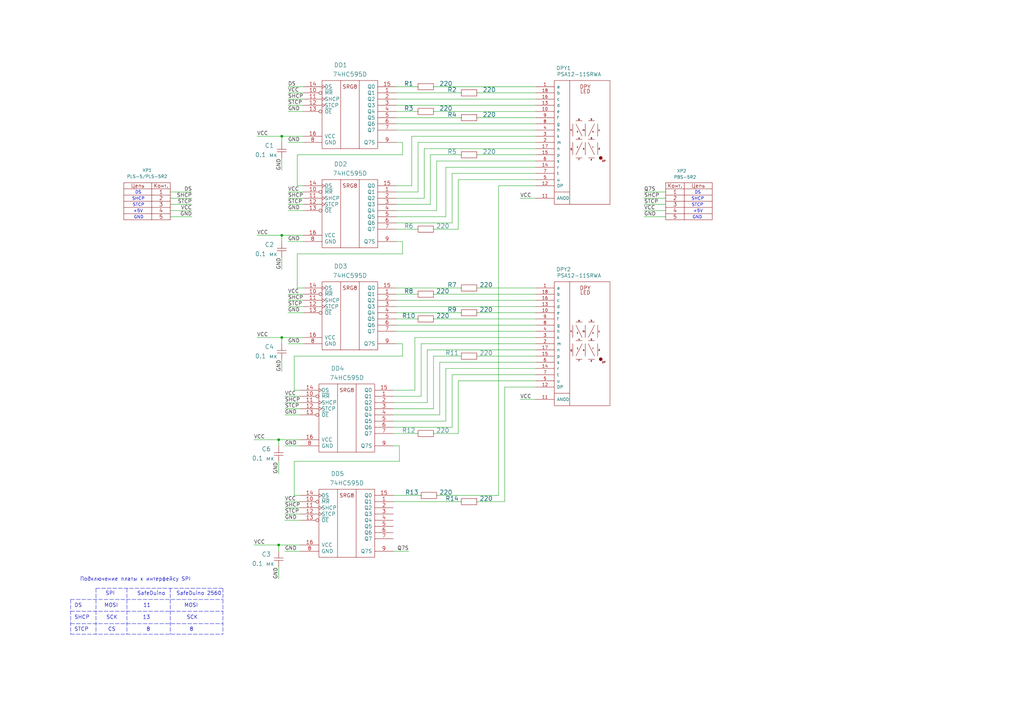
<source format=kicad_sch>
(kicad_sch (version 20230121) (generator eeschema)
  (paper "A3")
  (title_block (date "15 feb 2016"))
  (lib_symbols
    (symbol "LFconnectors:connector_5pin_gost" (pin_numbers hide) (pin_names (offset 1.016) hide)
      (property "Reference" "X" (at 6.985 7.62 0))
      (property "Value" "connector_5pin_gost" (at -1.27 5.08 0))
      (symbol "connector_5pin_gost_0_0"
        (polyline (pts (xy 0 -11.43) (xy 19.05 -11.43)))
        (polyline (pts (xy 0 -10.16) (xy 0 -10.16)))
        (polyline (pts (xy 0 -8.89) (xy 19.05 -8.89)))
        (polyline (pts (xy 0 -6.35) (xy 19.05 -6.35)))
        (polyline (pts (xy 0 -3.81) (xy 19.05 -3.81)))
        (polyline (pts (xy 0 1.27) (xy 19.05 1.27)))
        (polyline (pts (xy 0 3.81) (xy 0 -11.43)))
        (polyline (pts (xy 7.62 3.81) (xy 7.62 -11.43)))
        (polyline (pts (xy 19.05 -1.27) (xy 0 -1.27)))
        (polyline (pts (xy 19.05 3.81) (xy 19.05 -11.43)))
        (text "1" (at 3.81 0 0) (effects (font (size 1.524 1.524))))
        (text "2" (at 3.81 -2.54 0) (effects (font (size 1.524 1.524))))
        (text "3" (at 3.81 -5.08 0) (effects (font (size 1.524 1.524))))
        (text "4" (at 3.81 -7.62 0) (effects (font (size 1.524 1.524))))
        (text "5" (at 3.81 -10.16 0) (effects (font (size 1.524 1.524))))
        (text "Конт." (at 3.81 2.54 0) (effects (font (size 1.524 1.524))))
        (text "Цепь" (at 13.335 2.54 0) (effects (font (size 1.524 1.524))))
      )
      (symbol "connector_5pin_gost_0_1"
        (polyline (pts (xy 0 3.81) (xy 19.05 3.81)))
      )
      (symbol "connector_5pin_gost_1_1"
        (pin passive line (at 0 0 0) (length 0) (name "~") (number "1"))
        (pin passive line (at 0 -2.54 0) (length 0) (name "~") (number "2"))
        (pin passive line (at 0 -5.08 0) (length 0) (name "~") (number "3"))
        (pin passive line (at 0 -7.62 0) (length 0) (name "~") (number "4"))
        (pin passive line (at 0 -10.16 0) (length 0) (name "~") (number "5"))
      )
    )
    (symbol "mod_16_segment_LED-rescue:74HC595B" (pin_names (offset 1.016))
      (property "Reference" "DD" (at -1.27 12.7 0))
      (property "Value" "74HC595B" (at 2.54 10.16 0))
      (symbol "74HC595B_0_0"
        (text "SRG8" (at 0 5.08 0) (effects (font (size 1.524 1.524))))
      )
      (symbol "74HC595B_0_1"
        (rectangle (start -11.43 7.62) (end 11.43 -20.32))
        (polyline (pts (xy -3.81 7.62) (xy -3.81 -20.32)))
        (polyline (pts (xy 3.81 7.62) (xy 3.81 -20.32)))
      )
      (symbol "74HC595B_1_1"
        (pin tri_state line (at 19.05 2.54 180) (length 7.62) (name "Q1") (number "1"))
        (pin input inverted (at -19.05 2.54 0) (length 7.62) (name "~{MR}") (number "10"))
        (pin input clock (at -19.05 0 0) (length 7.62) (name "SHCP") (number "11"))
        (pin input clock (at -19.05 -2.54 0) (length 7.62) (name "STCP") (number "12"))
        (pin input inverted (at -19.05 -5.08 0) (length 7.62) (name "~{OE}") (number "13"))
        (pin input clock (at -19.05 5.08 0) (length 7.62) (name "DS") (number "14"))
        (pin tri_state line (at 19.05 5.08 180) (length 7.62) (name "Q0") (number "15"))
        (pin power_in line (at -19.05 -15.24 0) (length 7.62) (name "VCC") (number "16"))
        (pin tri_state line (at 19.05 0 180) (length 7.62) (name "Q2") (number "2"))
        (pin tri_state line (at 19.05 -2.54 180) (length 7.62) (name "Q3") (number "3"))
        (pin tri_state line (at 19.05 -5.08 180) (length 7.62) (name "Q4") (number "4"))
        (pin tri_state line (at 19.05 -7.62 180) (length 7.62) (name "Q5") (number "5"))
        (pin tri_state line (at 19.05 -10.16 180) (length 7.62) (name "Q6") (number "6"))
        (pin tri_state line (at 19.05 -12.7 180) (length 7.62) (name "Q7") (number "7"))
        (pin power_in line (at -19.05 -17.78 0) (length 7.62) (name "GND") (number "8"))
        (pin output line (at 19.05 -17.78 180) (length 7.62) (name "Q7S") (number "9"))
      )
    )
    (symbol "mod_16_segment_LED-rescue:CAPITORS" (pin_numbers hide) (pin_names (offset 1.016))
      (property "Reference" "C" (at 3.175 6.985 0))
      (property "Value" "CAPITORS" (at 3.175 4.445 0))
      (symbol "CAPITORS_0_1"
        (polyline (pts (xy 2.54 1.905) (xy 2.54 -1.905)))
        (polyline (pts (xy 3.556 1.905) (xy 3.556 -1.905)))
      )
      (symbol "CAPITORS_1_1"
        (pin passive line (at 0 0 0) (length 2.4892) (name "~") (number "1"))
        (pin passive line (at 6.35 0 180) (length 2.794) (name "~") (number "2"))
      )
    )
    (symbol "mod_16_segment_LED-rescue:PSA12-11SRWA" (pin_names (offset 1.016))
      (property "Reference" "DPY" (at -8.89 17.78 0))
      (property "Value" "PSA12-11SRWA" (at -2.54 15.24 0))
      (symbol "PSA12-11SRWA_0_0"
        (rectangle (start -12.7 12.7) (end 10.16 -38.1))
        (polyline (pts (xy -12.7 -33.02) (xy -6.35 -33.02)))
        (polyline (pts (xy -6.35 -38.1) (xy -6.35 12.7)))
        (polyline (pts (xy -5.08 -17.78) (xy -5.08 -12.7)))
        (polyline (pts (xy -5.08 -10.16) (xy -5.08 -5.08)))
        (polyline (pts (xy -3.81 -19.05) (xy -1.27 -19.05)))
        (polyline (pts (xy -3.81 -17.78) (xy -1.27 -12.7)))
        (polyline (pts (xy -3.81 -11.43) (xy -1.27 -11.43)))
        (polyline (pts (xy -3.81 -3.81) (xy -1.27 -3.81)))
        (polyline (pts (xy -1.27 -10.16) (xy -3.81 -5.08)))
        (polyline (pts (xy 0 -17.78) (xy 0 -12.7)))
        (polyline (pts (xy 0 -10.16) (xy 0 -5.08)))
        (polyline (pts (xy 1.27 -19.05) (xy 3.81 -19.05)))
        (polyline (pts (xy 1.27 -12.7) (xy 3.81 -17.78)))
        (polyline (pts (xy 1.27 -11.43) (xy 3.81 -11.43)))
        (polyline (pts (xy 1.27 -10.16) (xy 3.81 -5.08)))
        (polyline (pts (xy 1.27 -3.81) (xy 3.81 -3.81)))
        (polyline (pts (xy 5.08 -17.78) (xy 5.08 -12.7)))
        (polyline (pts (xy 5.08 -5.08) (xy 5.08 -10.16)))
        (circle (center 6.35 -19.05) (radius 0.635) (fill (type outline)))
        (text "a" (at -2.54 -3.175 0) (effects (font (size 0.762 0.762))))
        (text "b" (at 2.54 -3.175 0) (effects (font (size 0.762 0.762))))
        (text "c" (at 5.715 -7.62 0) (effects (font (size 0.762 0.762))))
        (text "d" (at 5.715 -15.24 0) (effects (font (size 0.762 0.762))))
        (text "DP" (at 7.62 -20.32 0) (effects (font (size 0.762 0.762))))
        (text "DPY" (at 0 10.16 0) (effects (font (size 1.524 1.524))))
        (text "e" (at 2.54 -19.685 0) (effects (font (size 0.762 0.762))))
        (text "f" (at -2.54 -19.685 0) (effects (font (size 0.762 0.762))))
        (text "g" (at -5.715 -15.24 0) (effects (font (size 0.762 0.762))))
        (text "h" (at -5.715 -7.62 0) (effects (font (size 0.762 0.762))))
        (text "k" (at -3.175 -8.255 0) (effects (font (size 0.762 0.762))))
        (text "LED" (at 0 8.255 0) (effects (font (size 1.524 1.524))))
        (text "m" (at -0.635 -7.62 0) (effects (font (size 0.762 0.762))))
        (text "n" (at 3.175 -8.255 0) (effects (font (size 0.762 0.762))))
        (text "p" (at 2.54 -10.795 0) (effects (font (size 0.762 0.762))))
        (text "r" (at 3.175 -14.605 0) (effects (font (size 0.762 0.762))))
        (text "s" (at -0.635 -15.24 0) (effects (font (size 0.762 0.762))))
        (text "t" (at -3.175 -14.605 0) (effects (font (size 0.762 0.762))))
        (text "u" (at -2.54 -10.795 0) (effects (font (size 0.762 0.762))))
      )
      (symbol "PSA12-11SRWA_1_1"
        (pin passive line (at -20.32 10.16 0) (length 7.62) (name "a") (number "1"))
        (pin passive line (at -20.32 0 0) (length 7.62) (name "e") (number "10"))
        (pin passive line (at -20.32 -35.56 0) (length 7.62) (name "ANOD") (number "11"))
        (pin passive line (at -20.32 -30.48 0) (length 7.62) (name "DP") (number "12"))
        (pin passive line (at -20.32 2.54 0) (length 7.62) (name "d") (number "13"))
        (pin passive line (at -20.32 -22.86 0) (length 7.62) (name "r") (number "14"))
        (pin passive line (at -20.32 -17.78 0) (length 7.62) (name "p") (number "15"))
        (pin passive line (at -20.32 5.08 0) (length 7.62) (name "c") (number "16"))
        (pin passive line (at -20.32 -15.24 0) (length 7.62) (name "n") (number "17"))
        (pin passive line (at -20.32 7.62 0) (length 7.62) (name "b") (number "18"))
        (pin passive line (at -20.32 -12.7 0) (length 7.62) (name "m") (number "2"))
        (pin passive line (at -20.32 -10.16 0) (length 7.62) (name "k") (number "3"))
        (pin passive line (at -20.32 -7.62 0) (length 7.62) (name "h") (number "4"))
        (pin passive line (at -20.32 -27.94 0) (length 7.62) (name "u") (number "5"))
        (pin passive line (at -20.32 -20.32 0) (length 7.62) (name "s") (number "6"))
        (pin passive line (at -20.32 -25.4 0) (length 7.62) (name "t") (number "7"))
        (pin passive line (at -20.32 -5.08 0) (length 7.62) (name "g") (number "8"))
        (pin passive line (at -20.32 -2.54 0) (length 7.62) (name "f") (number "9"))
      )
    )
    (symbol "mod_16_segment_LED-rescue:RESISTOR" (pin_numbers hide)
      (property "Reference" "R" (at 3.81 5.08 0))
      (property "Value" "RESISTOR" (at 3.81 2.54 0))
      (symbol "RESISTOR_0_1"
        (rectangle (start 0 1.27) (end 6.35 -1.27))
      )
      (symbol "RESISTOR_1_1"
        (pin passive line (at 0 0 0) (length 0) (name "~") (number "1"))
        (pin passive line (at 6.35 0 180) (length 0) (name "~") (number "2"))
      )
    )
  )
  (junction (at 115.57 138.43))
  (junction (at 114.3 223.52))
  (junction (at 115.57 96.52))
  (junction (at 114.3 180.34))
  (junction (at 115.57 55.88))
  (wire (pts (xy 185.42 175.26) (xy 185.42 153.67)))
  (wire (pts (xy 182.88 88.9) (xy 182.88 68.58)))
  (wire (pts (xy 219.71 81.28) (xy 213.36 81.28)))
  (wire (pts (xy 115.57 96.52) (xy 124.46 96.52)))
  (wire (pts (xy 182.88 88.9) (xy 162.56 88.9)))
  (wire (pts (xy 115.57 55.88) (xy 115.57 58.42)))
  (wire (pts (xy 195.58 38.1) (xy 219.71 38.1)))
  (wire (pts (xy 161.29 170.18) (xy 180.34 170.18)))
  (wire (pts (xy 162.56 40.64) (xy 219.71 40.64)))
  (wire (pts (xy 264.16 86.36) (xy 273.05 86.36)))
  (wire (pts (xy 172.72 140.97) (xy 172.72 162.56)))
  (wire (pts (xy 173.99 60.96) (xy 173.99 81.28)))
  (wire (pts (xy 177.8 45.72) (xy 219.71 45.72)))
  (wire (pts (xy 161.29 167.64) (xy 177.8 167.64)))
  (wire (pts (xy 185.42 91.44) (xy 162.56 91.44)))
  (wire (pts (xy 185.42 71.12) (xy 185.42 91.44)))
  (wire (pts (xy 104.14 223.52) (xy 114.3 223.52)))
  (wire (pts (xy 104.14 180.34) (xy 114.3 180.34)))
  (wire (pts (xy 161.29 205.74) (xy 189.23 205.74)))
  (wire (pts (xy 120.65 203.2) (xy 123.19 203.2)))
  (wire (pts (xy 168.91 76.2) (xy 162.56 76.2)))
  (polyline (pts (xy 91.44 241.3) (xy 91.44 260.096)) (stroke (width 0) (type dash)))
  (wire (pts (xy 182.88 151.13) (xy 219.71 151.13)))
  (wire (pts (xy 219.71 156.21) (xy 187.96 156.21)))
  (wire (pts (xy 120.65 146.05) (xy 120.65 160.02)))
  (wire (pts (xy 185.42 153.67) (xy 219.71 153.67)))
  (wire (pts (xy 219.71 163.83) (xy 213.36 163.83)))
  (wire (pts (xy 182.88 68.58) (xy 219.71 68.58)))
  (wire (pts (xy 114.3 223.52) (xy 114.3 226.06)))
  (wire (pts (xy 115.57 55.88) (xy 124.46 55.88)))
  (wire (pts (xy 105.41 138.43) (xy 115.57 138.43)))
  (wire (pts (xy 162.56 99.06) (xy 165.1 99.06)))
  (wire (pts (xy 121.92 104.14) (xy 121.92 118.11)))
  (wire (pts (xy 182.88 172.72) (xy 182.88 151.13)))
  (wire (pts (xy 219.71 158.75) (xy 207.01 158.75)))
  (wire (pts (xy 116.84 210.82) (xy 123.19 210.82)))
  (wire (pts (xy 105.41 96.52) (xy 115.57 96.52)))
  (wire (pts (xy 172.72 162.56) (xy 161.29 162.56)))
  (wire (pts (xy 171.45 78.74) (xy 171.45 58.42)))
  (wire (pts (xy 114.3 189.23) (xy 114.3 194.31)))
  (wire (pts (xy 170.18 160.02) (xy 161.29 160.02)))
  (wire (pts (xy 168.91 55.88) (xy 219.71 55.88)))
  (wire (pts (xy 219.71 60.96) (xy 173.99 60.96)))
  (wire (pts (xy 170.18 138.43) (xy 170.18 160.02)))
  (wire (pts (xy 177.8 167.64) (xy 177.8 146.05)))
  (wire (pts (xy 168.91 55.88) (xy 168.91 76.2)))
  (wire (pts (xy 162.56 130.81) (xy 171.45 130.81)))
  (wire (pts (xy 124.46 45.72) (xy 118.11 45.72)))
  (wire (pts (xy 69.85 83.82) (xy 78.74 83.82)))
  (wire (pts (xy 264.16 78.74) (xy 273.05 78.74)))
  (polyline (pts (xy 28.956 245.872) (xy 91.44 245.872)) (stroke (width 0) (type dash)))
  (wire (pts (xy 189.23 63.5) (xy 176.53 63.5)))
  (wire (pts (xy 177.8 120.65) (xy 219.71 120.65)))
  (wire (pts (xy 175.26 143.51) (xy 175.26 165.1)))
  (wire (pts (xy 162.56 120.65) (xy 171.45 120.65)))
  (wire (pts (xy 162.56 53.34) (xy 219.71 53.34)))
  (wire (pts (xy 162.56 118.11) (xy 189.23 118.11)))
  (wire (pts (xy 187.96 156.21) (xy 187.96 177.8)))
  (wire (pts (xy 124.46 40.64) (xy 118.11 40.64)))
  (wire (pts (xy 185.42 71.12) (xy 219.71 71.12)))
  (wire (pts (xy 264.16 83.82) (xy 273.05 83.82)))
  (wire (pts (xy 123.19 182.88) (xy 116.84 182.88)))
  (wire (pts (xy 124.46 76.2) (xy 121.92 76.2)))
  (wire (pts (xy 162.56 83.82) (xy 176.53 83.82)))
  (wire (pts (xy 69.85 81.28) (xy 78.74 81.28)))
  (wire (pts (xy 179.07 66.04) (xy 179.07 86.36)))
  (wire (pts (xy 115.57 96.52) (xy 115.57 99.06)))
  (wire (pts (xy 176.53 83.82) (xy 176.53 63.5)))
  (wire (pts (xy 115.57 105.41) (xy 115.57 110.49)))
  (wire (pts (xy 163.83 189.23) (xy 120.65 189.23)))
  (wire (pts (xy 195.58 118.11) (xy 219.71 118.11)))
  (wire (pts (xy 114.3 180.34) (xy 114.3 182.88)))
  (wire (pts (xy 189.23 128.27) (xy 162.56 128.27)))
  (wire (pts (xy 124.46 123.19) (xy 118.11 123.19)))
  (wire (pts (xy 124.46 58.42) (xy 118.11 58.42)))
  (wire (pts (xy 177.8 146.05) (xy 189.23 146.05)))
  (wire (pts (xy 118.11 81.28) (xy 124.46 81.28)))
  (wire (pts (xy 177.8 93.98) (xy 187.96 93.98)))
  (wire (pts (xy 114.3 223.52) (xy 123.19 223.52)))
  (wire (pts (xy 116.84 205.74) (xy 123.19 205.74)))
  (wire (pts (xy 69.85 88.9) (xy 78.74 88.9)))
  (wire (pts (xy 162.56 43.18) (xy 219.71 43.18)))
  (wire (pts (xy 121.92 118.11) (xy 124.46 118.11)))
  (wire (pts (xy 123.19 213.36) (xy 116.84 213.36)))
  (polyline (pts (xy 69.85 241.3) (xy 69.85 260.096)) (stroke (width 0) (type dash)))
  (wire (pts (xy 114.3 232.41) (xy 114.3 237.49)))
  (polyline (pts (xy 39.37 241.3) (xy 39.37 260.096)) (stroke (width 0) (type dash)))
  (wire (pts (xy 179.07 66.04) (xy 219.71 66.04)))
  (wire (pts (xy 204.47 203.2) (xy 204.47 76.2)))
  (wire (pts (xy 118.11 120.65) (xy 124.46 120.65)))
  (wire (pts (xy 179.07 86.36) (xy 162.56 86.36)))
  (wire (pts (xy 115.57 138.43) (xy 115.57 140.97)))
  (wire (pts (xy 171.45 177.8) (xy 161.29 177.8)))
  (wire (pts (xy 161.29 172.72) (xy 182.88 172.72)))
  (wire (pts (xy 171.45 58.42) (xy 219.71 58.42)))
  (polyline (pts (xy 52.07 241.3) (xy 52.07 260.096)) (stroke (width 0) (type dash)))
  (wire (pts (xy 204.47 76.2) (xy 219.71 76.2)))
  (wire (pts (xy 162.56 125.73) (xy 219.71 125.73)))
  (wire (pts (xy 207.01 158.75) (xy 207.01 205.74)))
  (wire (pts (xy 162.56 93.98) (xy 171.45 93.98)))
  (wire (pts (xy 118.11 78.74) (xy 124.46 78.74)))
  (wire (pts (xy 115.57 64.77) (xy 115.57 69.85)))
  (wire (pts (xy 165.1 63.5) (xy 121.92 63.5)))
  (wire (pts (xy 118.11 35.56) (xy 124.46 35.56)))
  (wire (pts (xy 162.56 133.35) (xy 219.71 133.35)))
  (wire (pts (xy 116.84 167.64) (xy 123.19 167.64)))
  (wire (pts (xy 180.34 148.59) (xy 219.71 148.59)))
  (polyline (pts (xy 39.37 241.3) (xy 91.44 241.3)) (stroke (width 0) (type dash)))
  (wire (pts (xy 118.11 38.1) (xy 124.46 38.1)))
  (wire (pts (xy 165.1 58.42) (xy 165.1 63.5)))
  (wire (pts (xy 123.19 170.18) (xy 116.84 170.18)))
  (wire (pts (xy 114.3 180.34) (xy 123.19 180.34)))
  (wire (pts (xy 195.58 128.27) (xy 219.71 128.27)))
  (wire (pts (xy 162.56 50.8) (xy 219.71 50.8)))
  (wire (pts (xy 121.92 104.14) (xy 165.1 104.14)))
  (wire (pts (xy 120.65 189.23) (xy 120.65 203.2)))
  (wire (pts (xy 187.96 93.98) (xy 187.96 73.66)))
  (wire (pts (xy 163.83 182.88) (xy 163.83 189.23)))
  (wire (pts (xy 264.16 88.9) (xy 273.05 88.9)))
  (wire (pts (xy 161.29 182.88) (xy 163.83 182.88)))
  (wire (pts (xy 124.46 99.06) (xy 118.11 99.06)))
  (wire (pts (xy 116.84 162.56) (xy 123.19 162.56)))
  (wire (pts (xy 124.46 86.36) (xy 118.11 86.36)))
  (wire (pts (xy 162.56 48.26) (xy 189.23 48.26)))
  (wire (pts (xy 177.8 35.56) (xy 219.71 35.56)))
  (wire (pts (xy 115.57 138.43) (xy 124.46 138.43)))
  (wire (pts (xy 165.1 140.97) (xy 165.1 146.05)))
  (wire (pts (xy 69.85 78.74) (xy 78.74 78.74)))
  (wire (pts (xy 219.71 143.51) (xy 175.26 143.51)))
  (polyline (pts (xy 28.956 250.698) (xy 91.44 250.698)) (stroke (width 0) (type dash)))
  (wire (pts (xy 162.56 123.19) (xy 219.71 123.19)))
  (wire (pts (xy 173.99 81.28) (xy 162.56 81.28)))
  (wire (pts (xy 162.56 58.42) (xy 165.1 58.42)))
  (wire (pts (xy 162.56 135.89) (xy 219.71 135.89)))
  (wire (pts (xy 162.56 78.74) (xy 171.45 78.74)))
  (wire (pts (xy 180.34 170.18) (xy 180.34 148.59)))
  (wire (pts (xy 171.45 45.72) (xy 162.56 45.72)))
  (wire (pts (xy 118.11 125.73) (xy 124.46 125.73)))
  (wire (pts (xy 118.11 43.18) (xy 124.46 43.18)))
  (wire (pts (xy 219.71 138.43) (xy 170.18 138.43)))
  (wire (pts (xy 105.41 55.88) (xy 115.57 55.88)))
  (wire (pts (xy 161.29 203.2) (xy 172.72 203.2)))
  (wire (pts (xy 124.46 128.27) (xy 118.11 128.27)))
  (wire (pts (xy 69.85 86.36) (xy 78.74 86.36)))
  (wire (pts (xy 179.07 203.2) (xy 204.47 203.2)))
  (polyline (pts (xy 28.956 245.872) (xy 28.956 260.096)) (stroke (width 0) (type dash)))
  (wire (pts (xy 195.58 63.5) (xy 219.71 63.5)))
  (wire (pts (xy 165.1 146.05) (xy 120.65 146.05)))
  (wire (pts (xy 121.92 76.2) (xy 121.92 63.5)))
  (wire (pts (xy 165.1 99.06) (xy 165.1 104.14)))
  (wire (pts (xy 219.71 140.97) (xy 172.72 140.97)))
  (wire (pts (xy 167.64 226.06) (xy 161.29 226.06)))
  (wire (pts (xy 187.96 177.8) (xy 177.8 177.8)))
  (wire (pts (xy 187.96 73.66) (xy 219.71 73.66)))
  (wire (pts (xy 177.8 130.81) (xy 219.71 130.81)))
  (wire (pts (xy 123.19 226.06) (xy 116.84 226.06)))
  (wire (pts (xy 115.57 147.32) (xy 115.57 152.4)))
  (wire (pts (xy 123.19 165.1) (xy 116.84 165.1)))
  (wire (pts (xy 162.56 140.97) (xy 165.1 140.97)))
  (wire (pts (xy 162.56 35.56) (xy 171.45 35.56)))
  (wire (pts (xy 162.56 38.1) (xy 189.23 38.1)))
  (wire (pts (xy 118.11 83.82) (xy 124.46 83.82)))
  (wire (pts (xy 264.16 81.28) (xy 273.05 81.28)))
  (wire (pts (xy 161.29 175.26) (xy 185.42 175.26)))
  (polyline (pts (xy 28.956 255.778) (xy 91.44 255.778)) (stroke (width 0) (type dash)))
  (wire (pts (xy 123.19 208.28) (xy 116.84 208.28)))
  (wire (pts (xy 175.26 165.1) (xy 161.29 165.1)))
  (polyline (pts (xy 28.956 260.096) (xy 91.44 260.096)) (stroke (width 0) (type dash)))
  (wire (pts (xy 207.01 205.74) (xy 195.58 205.74)))
  (wire (pts (xy 195.58 146.05) (xy 219.71 146.05)))
  (wire (pts (xy 123.19 160.02) (xy 120.65 160.02)))
  (wire (pts (xy 195.58 48.26) (xy 219.71 48.26)))
  (wire (pts (xy 124.46 140.97) (xy 118.11 140.97)))
  (text "DS" (at 287.528 79.756 0) (effects (font (size 1.27 1.27)) (justify right bottom)))
  (text "           SPI        SafeDuino    SafeDuino 2560\n\nDS        MOSI         11            MOSI\n\nSHCP      SCK         13             SCK\n\nSTCP       CS           8              8" (at 30.48 259.08 0) (effects (font (size 1.524 1.524)) (justify left bottom)))
  (text "DS" (at 55.372 79.756 0) (effects (font (size 1.27 1.27)) (justify left bottom)))
  (text "GND" (at 288.036 89.916 0) (effects (font (size 1.27 1.27)) (justify right bottom)))
  (text "SHCP" (at 54.102 82.296 0) (effects (font (size 1.27 1.27)) (justify left bottom)))
  (text "+5V" (at 288.29 87.376 0) (effects (font (size 1.27 1.27)) (justify right bottom)))
  (text "STCP" (at 288.544 84.836 0) (effects (font (size 1.27 1.27)) (justify right bottom)))
  (text "SHCP" (at 288.798 82.296 0) (effects (font (size 1.27 1.27)) (justify right bottom)))
  (text "GND" (at 54.864 89.916 0) (effects (font (size 1.27 1.27)) (justify left bottom)))
  (text "Подключение платы к интерфейсу SPI" (at 32.766 238.506 0) (effects (font (size 1.524 1.524)) (justify left bottom)))
  (text "STCP" (at 54.356 84.836 0) (effects (font (size 1.27 1.27)) (justify left bottom)))
  (text "+5V" (at 54.61 87.376 0) (effects (font (size 1.27 1.27)) (justify left bottom)))
  (label "GND" (at 115.57 152.4 90) (effects (font (size 1.524 1.524))))
  (label "VCC" (at 104.14 180.34 0) (effects (font (size 1.524 1.524))))
  (label "VCC" (at 118.11 38.1 0) (effects (font (size 1.524 1.524))))
  (label "Q7S" (at 167.64 226.06 180) (effects (font (size 1.524 1.524))))
  (label "VCC" (at 118.11 78.74 0) (effects (font (size 1.524 1.524))))
  (label "STCP" (at 116.84 210.82 0) (effects (font (size 1.524 1.524))))
  (label "GND" (at 118.11 128.27 0) (effects (font (size 1.524 1.524))))
  (label "GND" (at 118.11 99.06 0) (effects (font (size 1.524 1.524))))
  (label "DS" (at 78.74 78.74 180) (effects (font (size 1.524 1.524))))
  (label "SHCP" (at 78.74 81.28 180) (effects (font (size 1.524 1.524))))
  (label "STCP" (at 116.84 167.64 0) (effects (font (size 1.524 1.524))))
  (label "VCC" (at 116.84 162.56 0) (effects (font (size 1.524 1.524))))
  (label "VCC" (at 213.36 81.28 0) (effects (font (size 1.524 1.524))))
  (label "GND" (at 118.11 58.42 0) (effects (font (size 1.524 1.524))))
  (label "STCP" (at 118.11 83.82 0) (effects (font (size 1.524 1.524))))
  (label "VCC" (at 78.74 86.36 180) (effects (font (size 1.524 1.524))))
  (label "GND" (at 115.57 110.49 90) (effects (font (size 1.524 1.524))))
  (label "VCC" (at 105.41 138.43 0) (effects (font (size 1.524 1.524))))
  (label "GND" (at 118.11 140.97 0) (effects (font (size 1.524 1.524))))
  (label "VCC" (at 104.14 223.52 0) (effects (font (size 1.524 1.524))))
  (label "STCP" (at 78.74 83.82 180) (effects (font (size 1.524 1.524))))
  (label "SHCP" (at 116.84 208.28 0) (effects (font (size 1.524 1.524))))
  (label "VCC" (at 264.16 86.36 0) (effects (font (size 1.524 1.524))))
  (label "SHCP" (at 118.11 81.28 0) (effects (font (size 1.524 1.524))))
  (label "VCC" (at 116.84 205.74 0) (effects (font (size 1.524 1.524))))
  (label "GND" (at 114.3 194.31 90) (effects (font (size 1.524 1.524))))
  (label "SHCP" (at 118.11 123.19 0) (effects (font (size 1.524 1.524))))
  (label "GND" (at 115.57 69.85 90) (effects (font (size 1.524 1.524))))
  (label "GND" (at 78.74 88.9 180) (effects (font (size 1.524 1.524))))
  (label "GND" (at 114.3 237.49 90) (effects (font (size 1.524 1.524))))
  (label "GND" (at 118.11 45.72 0) (effects (font (size 1.524 1.524))))
  (label "GND" (at 118.11 86.36 0) (effects (font (size 1.524 1.524))))
  (label "GND" (at 264.16 88.9 0) (effects (font (size 1.524 1.524))))
  (label "DS" (at 118.11 35.56 0) (effects (font (size 1.524 1.524))))
  (label "GND" (at 116.84 182.88 0) (effects (font (size 1.524 1.524))))
  (label "SHCP" (at 264.16 81.28 0) (effects (font (size 1.524 1.524))))
  (label "VCC" (at 118.11 120.65 0) (effects (font (size 1.524 1.524))))
  (label "GND" (at 116.84 226.06 0) (effects (font (size 1.524 1.524))))
  (label "STCP" (at 118.11 125.73 0) (effects (font (size 1.524 1.524))))
  (label "SHCP" (at 118.11 40.64 0) (effects (font (size 1.524 1.524))))
  (label "Q7S" (at 264.16 78.74 0) (effects (font (size 1.524 1.524))))
  (label "VCC" (at 213.36 163.83 0) (effects (font (size 1.524 1.524))))
  (label "GND" (at 116.84 170.18 0) (effects (font (size 1.524 1.524))))
  (label "GND" (at 116.84 213.36 0) (effects (font (size 1.524 1.524))))
  (label "SHCP" (at 116.84 165.1 0) (effects (font (size 1.524 1.524))))
  (label "VCC" (at 105.41 96.52 0) (effects (font (size 1.524 1.524))))
  (label "STCP" (at 264.16 83.82 0) (effects (font (size 1.524 1.524))))
  (label "STCP" (at 118.11 43.18 0) (effects (font (size 1.524 1.524))))
  (label "VCC" (at 105.41 55.88 0) (effects (font (size 1.524 1.524))))
  (symbol (lib_id "mod_16_segment_LED-rescue:74HC595B") (at 143.51 40.64 0) (unit 1)
    (property "Reference" "DD1" (at 139.7 26.67 0) (effects (font (size 1.778 1.778))))
    (property "Value" "74HC595D" (at 143.51 30.48 0) (effects (font (size 1.778 1.778))))
  )
  (symbol (lib_id "mod_16_segment_LED-rescue:74HC595B") (at 143.51 81.28 0) (unit 1)
    (property "Reference" "DD2" (at 139.7 67.31 0) (effects (font (size 1.778 1.778))))
    (property "Value" "74HC595D" (at 143.51 71.12 0) (effects (font (size 1.778 1.778))))
  )
  (symbol (lib_id "mod_16_segment_LED-rescue:PSA12-11SRWA") (at 240.03 45.72 0) (unit 1)
    (property "Reference" "DPY1" (at 231.14 27.94 0) (effects (font (size 1.524 1.524))))
    (property "Value" "PSA12-11SRWA" (at 237.49 30.48 0) (effects (font (size 1.524 1.524))))
  )
  (symbol (lib_id "mod_16_segment_LED-rescue:RESISTOR") (at 189.23 38.1 0) (unit 1)
    (property "Reference" "R2" (at 185.42 36.83 0) (effects (font (size 1.8034 1.8034))))
    (property "Value" "220" (at 200.66 36.83 0) (effects (font (size 1.8034 1.8034))))
  )
  (symbol (lib_id "mod_16_segment_LED-rescue:RESISTOR") (at 171.45 45.72 0) (unit 1)
    (property "Reference" "R3" (at 167.64 44.45 0) (effects (font (size 1.8034 1.8034))))
    (property "Value" "220" (at 182.88 44.45 0) (effects (font (size 1.8034 1.8034))))
  )
  (symbol (lib_id "mod_16_segment_LED-rescue:RESISTOR") (at 189.23 48.26 0) (unit 1)
    (property "Reference" "R4" (at 185.42 46.99 0) (effects (font (size 1.8034 1.8034))))
    (property "Value" "220" (at 200.66 46.99 0) (effects (font (size 1.8034 1.8034))))
  )
  (symbol (lib_id "mod_16_segment_LED-rescue:RESISTOR") (at 171.45 93.98 0) (unit 1)
    (property "Reference" "R6" (at 167.64 92.71 0) (effects (font (size 1.8034 1.8034))))
    (property "Value" "220" (at 181.61 92.71 0) (effects (font (size 1.8034 1.8034))))
  )
  (symbol (lib_id "mod_16_segment_LED-rescue:RESISTOR") (at 171.45 35.56 0) (unit 1)
    (property "Reference" "R1" (at 167.64 34.29 0) (effects (font (size 1.8034 1.8034))))
    (property "Value" "220" (at 182.88 34.29 0) (effects (font (size 1.8034 1.8034))))
  )
  (symbol (lib_id "mod_16_segment_LED-rescue:RESISTOR") (at 189.23 63.5 0) (unit 1)
    (property "Reference" "R5" (at 185.42 62.23 0) (effects (font (size 1.8034 1.8034))))
    (property "Value" "220" (at 200.66 62.23 0) (effects (font (size 1.8034 1.8034))))
  )
  (symbol (lib_id "mod_16_segment_LED-rescue:74HC595B") (at 143.51 123.19 0) (unit 1)
    (property "Reference" "DD3" (at 139.7 109.22 0) (effects (font (size 1.778 1.778))))
    (property "Value" "74HC595D" (at 143.51 113.03 0) (effects (font (size 1.778 1.778))))
  )
  (symbol (lib_id "mod_16_segment_LED-rescue:RESISTOR") (at 189.23 205.74 0) (unit 1)
    (property "Reference" "R14" (at 185.42 204.47 0) (effects (font (size 1.8034 1.8034))))
    (property "Value" "220" (at 199.39 204.47 0) (effects (font (size 1.8034 1.8034))))
  )
  (symbol (lib_id "mod_16_segment_LED-rescue:CAPITORS") (at 115.57 64.77 90) (unit 1)
    (property "Reference" "C1" (at 110.49 59.69 90) (effects (font (size 1.8034 1.8034))))
    (property "Value" "0.1 мк" (at 109.22 63.5 90) (effects (font (size 1.8034 1.8034))))
  )
  (symbol (lib_id "mod_16_segment_LED-rescue:PSA12-11SRWA") (at 240.03 128.27 0) (unit 1)
    (property "Reference" "DPY2" (at 231.14 110.49 0) (effects (font (size 1.524 1.524))))
    (property "Value" "PSA12-11SRWA" (at 237.49 113.03 0) (effects (font (size 1.524 1.524))))
  )
  (symbol (lib_id "mod_16_segment_LED-rescue:RESISTOR") (at 189.23 118.11 0) (unit 1)
    (property "Reference" "R7" (at 185.42 116.84 0) (effects (font (size 1.8034 1.8034))))
    (property "Value" "220" (at 199.39 116.84 0) (effects (font (size 1.8034 1.8034))))
  )
  (symbol (lib_id "mod_16_segment_LED-rescue:RESISTOR") (at 171.45 120.65 0) (unit 1)
    (property "Reference" "R8" (at 167.64 119.38 0) (effects (font (size 1.8034 1.8034))))
    (property "Value" "220" (at 181.61 119.38 0) (effects (font (size 1.8034 1.8034))))
  )
  (symbol (lib_id "mod_16_segment_LED-rescue:RESISTOR") (at 189.23 128.27 0) (unit 1)
    (property "Reference" "R9" (at 185.42 127 0) (effects (font (size 1.8034 1.8034))))
    (property "Value" "220" (at 199.39 127 0) (effects (font (size 1.8034 1.8034))))
  )
  (symbol (lib_id "mod_16_segment_LED-rescue:RESISTOR") (at 171.45 130.81 0) (unit 1)
    (property "Reference" "R10" (at 167.64 129.54 0) (effects (font (size 1.8034 1.8034))))
    (property "Value" "220" (at 181.61 129.54 0) (effects (font (size 1.8034 1.8034))))
  )
  (symbol (lib_id "mod_16_segment_LED-rescue:74HC595B") (at 142.24 165.1 0) (unit 1)
    (property "Reference" "DD4" (at 138.43 151.13 0) (effects (font (size 1.778 1.778))))
    (property "Value" "74HC595D" (at 142.24 154.94 0) (effects (font (size 1.778 1.778))))
  )
  (symbol (lib_id "mod_16_segment_LED-rescue:RESISTOR") (at 172.72 203.2 0) (unit 1)
    (property "Reference" "R13" (at 168.91 201.93 0) (effects (font (size 1.8034 1.8034))))
    (property "Value" "220" (at 182.88 201.93 0) (effects (font (size 1.8034 1.8034))))
  )
  (symbol (lib_id "mod_16_segment_LED-rescue:RESISTOR") (at 189.23 146.05 0) (unit 1)
    (property "Reference" "R11" (at 185.42 144.78 0) (effects (font (size 1.8034 1.8034))))
    (property "Value" "220" (at 199.39 144.78 0) (effects (font (size 1.8034 1.8034))))
  )
  (symbol (lib_id "mod_16_segment_LED-rescue:74HC595B") (at 142.24 208.28 0) (unit 1)
    (property "Reference" "DD5" (at 138.43 194.31 0) (effects (font (size 1.778 1.778))))
    (property "Value" "74HC595D" (at 142.24 198.12 0) (effects (font (size 1.778 1.778))))
  )
  (symbol (lib_id "mod_16_segment_LED-rescue:RESISTOR") (at 171.45 177.8 0) (unit 1)
    (property "Reference" "R12" (at 167.64 176.53 0) (effects (font (size 1.8034 1.8034))))
    (property "Value" "220" (at 181.61 176.53 0) (effects (font (size 1.8034 1.8034))))
  )
  (symbol (lib_id "LFconnectors:connector_5pin_gost") (at 273.05 78.74 0) (unit 1)
    (property "Reference" "XP2" (at 277.622 70.104 0) (effects (justify left)))
    (property "Value" "PBS-5R2" (at 276.352 72.644 0) (effects (justify left)))
  )
  (symbol (lib_id "mod_16_segment_LED-rescue:CAPITORS") (at 114.3 232.41 90) (unit 1)
    (property "Reference" "C3" (at 109.22 227.33 90) (effects (font (size 1.8034 1.8034))))
    (property "Value" "0.1 мк" (at 107.95 231.14 90) (effects (font (size 1.8034 1.8034))))
  )
  (symbol (lib_id "mod_16_segment_LED-rescue:CAPITORS") (at 115.57 105.41 90) (unit 1)
    (property "Reference" "C2" (at 110.49 100.33 90) (effects (font (size 1.8034 1.8034))))
    (property "Value" "0.1 мк" (at 109.22 104.14 90) (effects (font (size 1.8034 1.8034))))
  )
  (symbol (lib_id "mod_16_segment_LED-rescue:CAPITORS") (at 115.57 147.32 90) (unit 1)
    (property "Reference" "C4" (at 110.49 142.24 90) (effects (font (size 1.8034 1.8034))))
    (property "Value" "0.1 мк" (at 109.22 146.05 90) (effects (font (size 1.8034 1.8034))))
  )
  (symbol (lib_id "mod_16_segment_LED-rescue:CAPITORS") (at 114.3 189.23 90) (unit 1)
    (property "Reference" "C6" (at 109.22 184.15 90) (effects (font (size 1.8034 1.8034))))
    (property "Value" "0.1 мк" (at 107.95 187.96 90) (effects (font (size 1.8034 1.8034))))
  )
  (symbol (lib_id "LFconnectors:connector_5pin_gost") (at 69.85 78.74 0) (mirror y) (unit 1)
    (property "Reference" "XP1" (at 60.325 69.85 0))
    (property "Value" "PLS-5/PLS-5R2" (at 60.325 72.39 0))
  )
)
</source>
